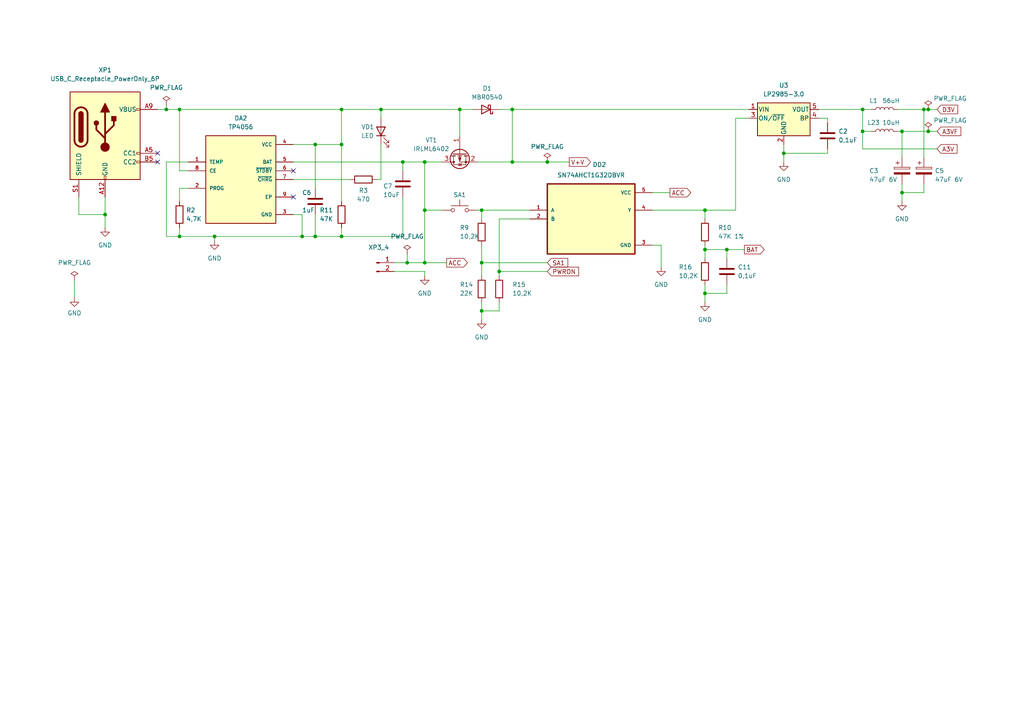
<source format=kicad_sch>
(kicad_sch (version 20230121) (generator eeschema)
  (paper "A4")
  (title_block (title "Belka DSP") (date "2023-11-16") (rev "0.0.2") (company "2ch"))
  (lib_symbols
    (symbol "Connector:Conn_01x02_Pin" (pin_names (offset 1.016) hide)
      (property "Reference" "J" (at 0 2.54 0))
      (property "Value" "Conn_01x02_Pin" (at 0 -5.08 0))
      (symbol "Conn_01x02_Pin_1_1"
        (polyline (pts (xy 1.27 -2.54) (xy 0.8636 -2.54)) (stroke (width 0.1524)))
        (polyline (pts (xy 1.27 0) (xy 0.8636 0)) (stroke (width 0.1524)))
        (rectangle (start 0.8636 -2.413) (end 0 -2.667) (stroke (width 0.1524)) (fill (type outline)))
        (rectangle (start 0.8636 0.127) (end 0 -0.127) (stroke (width 0.1524)) (fill (type outline)))
        (pin passive line (at 5.08 0 180) (length 3.81) (name "Pin_1") (number "1"))
        (pin passive line (at 5.08 -2.54 180) (length 3.81) (name "Pin_2") (number "2"))
      )
    )
    (symbol "Connector:USB_C_Receptacle_PowerOnly_6P" (pin_names (offset 1.016))
      (property "Reference" "J" (at 0 16.51 0))
      (property "Value" "USB_C_Receptacle_PowerOnly_6P" (at 0 13.97 0))
      (symbol "USB_C_Receptacle_PowerOnly_6P_0_0"
        (rectangle (start -0.254 -12.7) (end 0.254 -11.684))
        (rectangle (start 10.16 -7.366) (end 9.144 -7.874))
        (rectangle (start 10.16 -4.826) (end 9.144 -5.334))
        (rectangle (start 10.16 7.874) (end 9.144 7.366))
      )
      (symbol "USB_C_Receptacle_PowerOnly_6P_0_1"
        (rectangle (start -10.16 12.7) (end 10.16 -12.7) (stroke (width 0.254)) (fill (type background)))
        (arc (start -8.89 -1.27) (mid -6.985 -3.1667) (end -5.08 -1.27) (stroke (width 0.508)))
        (arc (start -7.62 -1.27) (mid -6.985 -1.9023) (end -6.35 -1.27) (stroke (width 0.254)))
        (arc (start -7.62 -1.27) (mid -6.985 -1.9023) (end -6.35 -1.27) (stroke (width 0.254)) (fill (type outline)))
        (rectangle (start -7.62 -1.27) (end -6.35 6.35) (stroke (width 0.254)) (fill (type outline)))
        (arc (start -6.35 6.35) (mid -6.985 6.9823) (end -7.62 6.35) (stroke (width 0.254)))
        (arc (start -6.35 6.35) (mid -6.985 6.9823) (end -7.62 6.35) (stroke (width 0.254)) (fill (type outline)))
        (arc (start -5.08 6.35) (mid -6.985 8.2467) (end -8.89 6.35) (stroke (width 0.508)))
        (circle (center -2.54 3.683) (radius 0.635) (stroke (width 0.254)) (fill (type outline)))
        (circle (center 0 -3.302) (radius 1.27) (fill (type outline)))
        (polyline (pts (xy -8.89 -1.27) (xy -8.89 6.35)) (stroke (width 0.508)))
        (polyline (pts (xy -5.08 6.35) (xy -5.08 -1.27)) (stroke (width 0.508)))
        (polyline (pts (xy 0 -3.302) (xy 0 6.858)) (stroke (width 0.508)))
        (polyline (pts (xy 0 -0.762) (xy -2.54 1.778) (xy -2.54 3.048)) (stroke (width 0.508)))
        (polyline (pts (xy 0 0.508) (xy 2.54 3.048) (xy 2.54 4.318)) (stroke (width 0.508)))
        (polyline (pts (xy -1.27 6.858) (xy 0 9.398) (xy 1.27 6.858) (xy -1.27 6.858)) (stroke (width 0.254)) (fill (type outline)))
        (rectangle (start 1.905 4.318) (end 3.175 5.588) (stroke (width 0.254)) (fill (type outline)))
      )
      (symbol "USB_C_Receptacle_PowerOnly_6P_1_1"
        (pin passive line (at 0 -17.78 90) (length 5.08) (name "GND") (number "A12"))
        (pin bidirectional line (at 15.24 -5.08 180) (length 5.08) (name "CC1") (number "A5"))
        (pin passive line (at 15.24 7.62 180) (length 5.08) (name "VBUS") (number "A9"))
        (pin passive line (at 0 -17.78 90) (length 5.08) hide (name "GND") (number "B12"))
        (pin bidirectional line (at 15.24 -7.62 180) (length 5.08) (name "CC2") (number "B5"))
        (pin passive line (at 15.24 7.62 180) (length 5.08) hide (name "VBUS") (number "B9"))
        (pin passive line (at -7.62 -17.78 90) (length 5.08) (name "SHIELD") (number "S1"))
      )
    )
    (symbol "Device:C" (pin_numbers hide) (pin_names (offset 0.254))
      (property "Reference" "C" (at 0.635 2.54 0))
      (property "Value" "C" (at 0.635 -2.54 0))
      (symbol "C_0_1"
        (polyline (pts (xy -2.032 -0.762) (xy 2.032 -0.762)) (stroke (width 0.508)))
        (polyline (pts (xy -2.032 0.762) (xy 2.032 0.762)) (stroke (width 0.508)))
      )
      (symbol "C_1_1"
        (pin passive line (at 0 3.81 270) (length 2.794) (name "~") (number "1"))
        (pin passive line (at 0 -3.81 90) (length 2.794) (name "~") (number "2"))
      )
    )
    (symbol "Device:C_Polarized" (pin_numbers hide) (pin_names (offset 0.254))
      (property "Reference" "C" (at 0.635 2.54 0))
      (property "Value" "C_Polarized" (at 0.635 -2.54 0))
      (symbol "C_Polarized_0_1"
        (rectangle (start -2.286 0.508) (end 2.286 1.016))
        (polyline (pts (xy -1.778 2.286) (xy -0.762 2.286)))
        (polyline (pts (xy -1.27 2.794) (xy -1.27 1.778)))
        (rectangle (start 2.286 -0.508) (end -2.286 -1.016) (fill (type outline)))
      )
      (symbol "C_Polarized_1_1"
        (pin passive line (at 0 3.81 270) (length 2.794) (name "~") (number "1"))
        (pin passive line (at 0 -3.81 90) (length 2.794) (name "~") (number "2"))
      )
    )
    (symbol "Device:L" (pin_numbers hide) (pin_names (offset 1.016) hide)
      (property "Reference" "L" (at -1.27 0 90))
      (property "Value" "L" (at 1.905 0 90))
      (symbol "L_0_1"
        (arc (start 0 -2.54) (mid 0.6323 -1.905) (end 0 -1.27))
        (arc (start 0 -1.27) (mid 0.6323 -0.635) (end 0 0))
        (arc (start 0 0) (mid 0.6323 0.635) (end 0 1.27))
        (arc (start 0 1.27) (mid 0.6323 1.905) (end 0 2.54))
      )
      (symbol "L_1_1"
        (pin passive line (at 0 3.81 270) (length 1.27) (name "1") (number "1"))
        (pin passive line (at 0 -3.81 90) (length 1.27) (name "2") (number "2"))
      )
    )
    (symbol "Device:LED" (pin_numbers hide) (pin_names (offset 1.016) hide)
      (property "Reference" "D" (at 0 2.54 0))
      (property "Value" "LED" (at 0 -2.54 0))
      (symbol "LED_0_1"
        (polyline (pts (xy -1.27 -1.27) (xy -1.27 1.27)) (stroke (width 0.254)))
        (polyline (pts (xy -1.27 0) (xy 1.27 0)))
        (polyline (pts (xy 1.27 -1.27) (xy 1.27 1.27) (xy -1.27 0) (xy 1.27 -1.27)) (stroke (width 0.254)))
        (polyline (pts (xy -3.048 -0.762) (xy -4.572 -2.286) (xy -3.81 -2.286) (xy -4.572 -2.286) (xy -4.572 -1.524)))
        (polyline (pts (xy -1.778 -0.762) (xy -3.302 -2.286) (xy -2.54 -2.286) (xy -3.302 -2.286) (xy -3.302 -1.524)))
      )
      (symbol "LED_1_1"
        (pin passive line (at -3.81 0 0) (length 2.54) (name "K") (number "1"))
        (pin passive line (at 3.81 0 180) (length 2.54) (name "A") (number "2"))
      )
    )
    (symbol "Device:R" (pin_numbers hide) (pin_names (offset 0))
      (property "Reference" "R" (at 2.032 0 90))
      (property "Value" "R" (at 0 0 90))
      (symbol "R_0_1"
        (rectangle (start -1.016 -2.54) (end 1.016 2.54) (stroke (width 0.254)))
      )
      (symbol "R_1_1"
        (pin passive line (at 0 3.81 270) (length 1.27) (name "~") (number "1"))
        (pin passive line (at 0 -3.81 90) (length 1.27) (name "~") (number "2"))
      )
    )
    (symbol "Diode:MBR0540" (pin_numbers hide) (pin_names (offset 1.016) hide)
      (property "Reference" "D" (at 0 2.54 0))
      (property "Value" "MBR0540" (at 0 -2.54 0))
      (symbol "MBR0540_0_1"
        (polyline (pts (xy 1.27 0) (xy -1.27 0)))
        (polyline (pts (xy 1.27 1.27) (xy 1.27 -1.27) (xy -1.27 0) (xy 1.27 1.27)) (stroke (width 0.254)))
        (polyline (pts (xy -1.905 0.635) (xy -1.905 1.27) (xy -1.27 1.27) (xy -1.27 -1.27) (xy -0.635 -1.27) (xy -0.635 -0.635)) (stroke (width 0.254)))
      )
      (symbol "MBR0540_1_1"
        (pin passive line (at -3.81 0 0) (length 2.54) (name "K") (number "1"))
        (pin passive line (at 3.81 0 180) (length 2.54) (name "A") (number "2"))
      )
    )
    (symbol "Regulator_Linear:LP2985-3.0" (pin_names (offset 0.254))
      (property "Reference" "U" (at -6.35 5.715 0))
      (property "Value" "LP2985-3.0" (at 0 5.715 0))
      (symbol "LP2985-3.0_0_1"
        (rectangle (start -7.62 -5.08) (end 7.62 4.445) (stroke (width 0.254)) (fill (type background)))
      )
      (symbol "LP2985-3.0_1_1"
        (pin power_in line (at -10.16 2.54 0) (length 2.54) (name "VIN") (number "1"))
        (pin power_in line (at 0 -7.62 90) (length 2.54) (name "GND") (number "2"))
        (pin input line (at -10.16 0 0) (length 2.54) (name "ON/~{OFF}") (number "3"))
        (pin input line (at 10.16 0 180) (length 2.54) (name "BP") (number "4"))
        (pin power_out line (at 10.16 2.54 180) (length 2.54) (name "VOUT") (number "5"))
      )
    )
    (symbol "SN74AHCT1G32DBVR:SN74AHCT1G32DBVR" (pin_names (offset 1.016))
      (property "Reference" "U" (at -12.7 11.16 0))
      (property "Value" "SN74AHCT1G32DBVR" (at -12.7 -14.16 0))
      (symbol "SN74AHCT1G32DBVR_0_0"
        (rectangle (start -12.7 -10.16) (end 12.7 10.16) (stroke (width 0.41)) (fill (type background)))
        (pin input line (at -17.78 2.54 0) (length 5.08) (name "A") (number "1"))
        (pin input line (at -17.78 0 0) (length 5.08) (name "B") (number "2"))
        (pin power_in line (at 17.78 -7.62 180) (length 5.08) (name "GND") (number "3"))
        (pin output line (at 17.78 2.54 180) (length 5.08) (name "Y") (number "4"))
        (pin power_in line (at 17.78 7.62 180) (length 5.08) (name "VCC") (number "5"))
      )
    )
    (symbol "Switch:SW_Push" (pin_numbers hide) (pin_names (offset 1.016) hide)
      (property "Reference" "SW" (at 1.27 2.54 0))
      (property "Value" "SW_Push" (at 0 -1.524 0))
      (symbol "SW_Push_0_1"
        (circle (center -2.032 0) (radius 0.508))
        (polyline (pts (xy 0 1.27) (xy 0 3.048)))
        (polyline (pts (xy 2.54 1.27) (xy -2.54 1.27)))
        (circle (center 2.032 0) (radius 0.508))
        (pin passive line (at -5.08 0 0) (length 2.54) (name "1") (number "1"))
        (pin passive line (at 5.08 0 180) (length 2.54) (name "2") (number "2"))
      )
    )
    (symbol "TP4056:TP4056" (pin_names (offset 1.016))
      (property "Reference" "U" (at -10.16 13.208 0))
      (property "Value" "TP4056" (at -10.16 -15.24 0))
      (symbol "TP4056_0_0"
        (rectangle (start -10.16 -12.7) (end 10.16 12.7) (stroke (width 0.254)) (fill (type background)))
        (pin input line (at -15.24 5.08 0) (length 5.08) (name "TEMP") (number "1"))
        (pin bidirectional line (at -15.24 -2.54 0) (length 5.08) (name "PROG") (number "2"))
        (pin power_in line (at 15.24 -10.16 180) (length 5.08) (name "GND") (number "3"))
        (pin power_in line (at 15.24 10.16 180) (length 5.08) (name "VCC") (number "4"))
        (pin output line (at 15.24 2.54 180) (length 5.08) (name "~{STDBY}") (number "6"))
        (pin output line (at 15.24 0 180) (length 5.08) (name "~{CHRG}") (number "7"))
        (pin input line (at -15.24 2.54 0) (length 5.08) (name "CE") (number "8"))
        (pin passive line (at 15.24 -5.08 180) (length 5.08) (name "EP") (number "9"))
      )
      (symbol "TP4056_1_0"
        (pin input line (at 15.24 5.08 180) (length 5.08) (name "BAT") (number "5"))
      )
    )
    (symbol "Transistor_FET:IRLML6402" (pin_names hide)
      (property "Reference" "Q" (at 5.08 1.905 0))
      (property "Value" "IRLML6402" (at 5.08 0 0))
      (symbol "IRLML6402_0_1"
        (polyline (pts (xy 0.254 0) (xy -2.54 0)))
        (polyline (pts (xy 0.254 1.905) (xy 0.254 -1.905)) (stroke (width 0.254)))
        (polyline (pts (xy 0.762 -1.27) (xy 0.762 -2.286)) (stroke (width 0.254)))
        (polyline (pts (xy 0.762 0.508) (xy 0.762 -0.508)) (stroke (width 0.254)))
        (polyline (pts (xy 0.762 2.286) (xy 0.762 1.27)) (stroke (width 0.254)))
        (polyline (pts (xy 2.54 2.54) (xy 2.54 1.778)))
        (polyline (pts (xy 2.54 -2.54) (xy 2.54 0) (xy 0.762 0)))
        (polyline (pts (xy 0.762 1.778) (xy 3.302 1.778) (xy 3.302 -1.778) (xy 0.762 -1.778)))
        (polyline (pts (xy 2.286 0) (xy 1.27 0.381) (xy 1.27 -0.381) (xy 2.286 0)) (fill (type outline)))
        (polyline (pts (xy 2.794 -0.508) (xy 2.921 -0.381) (xy 3.683 -0.381) (xy 3.81 -0.254)))
        (polyline (pts (xy 3.302 -0.381) (xy 2.921 0.254) (xy 3.683 0.254) (xy 3.302 -0.381)))
        (circle (center 1.651 0) (radius 2.794) (stroke (width 0.254)))
        (circle (center 2.54 -1.778) (radius 0.254) (fill (type outline)))
        (circle (center 2.54 1.778) (radius 0.254) (fill (type outline)))
      )
      (symbol "IRLML6402_1_1"
        (pin input line (at -5.08 0 0) (length 2.54) (name "G") (number "1"))
        (pin passive line (at 2.54 -5.08 90) (length 2.54) (name "S") (number "2"))
        (pin passive line (at 2.54 5.08 270) (length 2.54) (name "D") (number "3"))
      )
    )
    (symbol "power:GND" (power) (pin_names (offset 0))
      (property "Value" "GND" (at 0 -3.81 0))
      (symbol "GND_0_1"
        (polyline (pts (xy 0 0) (xy 0 -1.27) (xy 1.27 -1.27) (xy 0 -2.54) (xy -1.27 -1.27) (xy 0 -1.27)))
      )
      (symbol "GND_1_1"
        (pin power_in line (at 0 0 270) (length 0) hide (name "GND") (number "1"))
      )
    )
    (symbol "power:PWR_FLAG" (power) (pin_numbers hide) (pin_names (offset 0) hide)
      (property "Value" "PWR_FLAG" (at 0 3.81 0))
      (symbol "PWR_FLAG_0_0"
        (pin power_out line (at 0 0 90) (length 0) (name "pwr") (number "1"))
      )
      (symbol "PWR_FLAG_0_1"
        (polyline (pts (xy 0 0) (xy 0 1.27) (xy -1.016 1.905) (xy 0 2.54) (xy 1.016 1.905) (xy 0 1.27)))
      )
    )
  )
  (junction (at 227.33 44.45))
  (junction (at 139.7 90.17))
  (junction (at 250.19 31.75))
  (junction (at 204.47 85.09))
  (junction (at 144.78 78.74))
  (junction (at 269.24 31.75))
  (junction (at 48.26 31.75))
  (junction (at 99.06 31.75))
  (junction (at 52.07 68.58))
  (junction (at 269.24 38.1))
  (junction (at 204.47 60.96))
  (junction (at 123.19 46.99))
  (junction (at 91.44 41.91))
  (junction (at 261.62 38.1))
  (junction (at 148.59 46.99))
  (junction (at 91.44 68.58))
  (junction (at 52.07 31.75))
  (junction (at 210.82 72.39))
  (junction (at 267.97 31.75))
  (junction (at 139.7 76.2))
  (junction (at 139.7 60.96))
  (junction (at 158.75 46.99))
  (junction (at 123.19 60.96))
  (junction (at 148.59 31.75))
  (junction (at 250.19 38.1))
  (junction (at 116.84 46.99))
  (junction (at 62.23 68.58))
  (junction (at 123.19 76.2))
  (junction (at 110.49 31.75))
  (junction (at 87.63 68.58))
  (junction (at 99.06 41.91))
  (junction (at 204.47 72.39))
  (junction (at 133.35 31.75))
  (junction (at 261.62 55.88))
  (junction (at 99.06 68.58))
  (junction (at 118.11 76.2))
  (junction (at 30.48 62.23))
  (no_connect (at 85.09 57.15))
  (no_connect (at 45.72 44.45))
  (no_connect (at 85.09 49.53))
  (no_connect (at 45.72 46.99))
  (wire (pts (xy 250.19 43.18) (xy 271.78 43.18)))
  (wire (pts (xy 240.03 34.29) (xy 237.49 34.29)))
  (wire (pts (xy 250.19 31.75) (xy 252.73 31.75)))
  (wire (pts (xy 267.97 31.75) (xy 269.24 31.75)))
  (wire (pts (xy 123.19 60.96) (xy 128.27 60.96)))
  (wire (pts (xy 204.47 82.55) (xy 204.47 85.09)))
  (wire (pts (xy 87.63 68.58) (xy 91.44 68.58)))
  (wire (pts (xy 91.44 41.91) (xy 91.44 54.61)))
  (wire (pts (xy 153.67 63.5) (xy 144.78 63.5)))
  (wire (pts (xy 116.84 46.99) (xy 116.84 49.53)))
  (wire (pts (xy 189.23 71.12) (xy 191.77 71.12)))
  (wire (pts (xy 227.33 44.45) (xy 227.33 46.99)))
  (wire (pts (xy 269.24 38.1) (xy 271.78 38.1)))
  (wire (pts (xy 204.47 71.12) (xy 204.47 72.39)))
  (wire (pts (xy 110.49 41.91) (xy 110.49 52.07)))
  (wire (pts (xy 62.23 68.58) (xy 87.63 68.58)))
  (wire (pts (xy 204.47 72.39) (xy 210.82 72.39)))
  (wire (pts (xy 227.33 41.91) (xy 227.33 44.45)))
  (wire (pts (xy 110.49 31.75) (xy 133.35 31.75)))
  (wire (pts (xy 123.19 76.2) (xy 118.11 76.2)))
  (wire (pts (xy 148.59 46.99) (xy 158.75 46.99)))
  (wire (pts (xy 123.19 46.99) (xy 128.27 46.99)))
  (wire (pts (xy 138.43 46.99) (xy 148.59 46.99)))
  (wire (pts (xy 48.26 46.99) (xy 54.61 46.99)))
  (wire (pts (xy 114.3 78.74) (xy 123.19 78.74)))
  (wire (pts (xy 139.7 76.2) (xy 158.75 76.2)))
  (wire (pts (xy 52.07 31.75) (xy 52.07 49.53)))
  (wire (pts (xy 261.62 53.34) (xy 261.62 55.88)))
  (wire (pts (xy 139.7 60.96) (xy 139.7 63.5)))
  (wire (pts (xy 237.49 31.75) (xy 250.19 31.75)))
  (wire (pts (xy 22.86 57.15) (xy 22.86 62.23)))
  (wire (pts (xy 123.19 76.2) (xy 129.54 76.2)))
  (wire (pts (xy 204.47 72.39) (xy 204.47 74.93)))
  (wire (pts (xy 139.7 90.17) (xy 144.78 90.17)))
  (wire (pts (xy 48.26 68.58) (xy 52.07 68.58)))
  (wire (pts (xy 139.7 90.17) (xy 139.7 92.71)))
  (wire (pts (xy 261.62 38.1) (xy 261.62 45.72)))
  (wire (pts (xy 191.77 71.12) (xy 191.77 77.47)))
  (wire (pts (xy 213.36 34.29) (xy 213.36 60.96)))
  (wire (pts (xy 85.09 41.91) (xy 91.44 41.91)))
  (wire (pts (xy 99.06 31.75) (xy 110.49 31.75)))
  (wire (pts (xy 123.19 60.96) (xy 123.19 76.2)))
  (wire (pts (xy 21.59 81.28) (xy 21.59 86.36)))
  (wire (pts (xy 158.75 46.99) (xy 165.1 46.99)))
  (wire (pts (xy 30.48 62.23) (xy 30.48 57.15)))
  (wire (pts (xy 109.22 52.07) (xy 110.49 52.07)))
  (wire (pts (xy 210.82 72.39) (xy 210.82 74.93)))
  (wire (pts (xy 30.48 62.23) (xy 30.48 66.04)))
  (wire (pts (xy 139.7 87.63) (xy 139.7 90.17)))
  (wire (pts (xy 110.49 31.75) (xy 110.49 34.29)))
  (wire (pts (xy 210.82 82.55) (xy 210.82 85.09)))
  (wire (pts (xy 217.17 34.29) (xy 213.36 34.29)))
  (wire (pts (xy 144.78 90.17) (xy 144.78 87.63)))
  (wire (pts (xy 85.09 46.99) (xy 116.84 46.99)))
  (wire (pts (xy 52.07 66.04) (xy 52.07 68.58)))
  (wire (pts (xy 118.11 76.2) (xy 114.3 76.2)))
  (wire (pts (xy 54.61 54.61) (xy 52.07 54.61)))
  (wire (pts (xy 52.07 31.75) (xy 99.06 31.75)))
  (wire (pts (xy 139.7 60.96) (xy 153.67 60.96)))
  (wire (pts (xy 240.03 35.56) (xy 240.03 34.29)))
  (wire (pts (xy 189.23 60.96) (xy 204.47 60.96)))
  (wire (pts (xy 133.35 31.75) (xy 133.35 39.37)))
  (wire (pts (xy 116.84 46.99) (xy 123.19 46.99)))
  (wire (pts (xy 144.78 31.75) (xy 148.59 31.75)))
  (wire (pts (xy 54.61 49.53) (xy 52.07 49.53)))
  (wire (pts (xy 144.78 78.74) (xy 144.78 80.01)))
  (wire (pts (xy 267.97 55.88) (xy 267.97 53.34)))
  (wire (pts (xy 227.33 44.45) (xy 240.03 44.45)))
  (wire (pts (xy 99.06 41.91) (xy 99.06 58.42)))
  (wire (pts (xy 22.86 62.23) (xy 30.48 62.23)))
  (wire (pts (xy 267.97 31.75) (xy 267.97 45.72)))
  (wire (pts (xy 123.19 78.74) (xy 123.19 80.01)))
  (wire (pts (xy 250.19 38.1) (xy 250.19 43.18)))
  (wire (pts (xy 204.47 60.96) (xy 213.36 60.96)))
  (wire (pts (xy 85.09 52.07) (xy 101.6 52.07)))
  (wire (pts (xy 261.62 38.1) (xy 269.24 38.1)))
  (wire (pts (xy 52.07 54.61) (xy 52.07 58.42)))
  (wire (pts (xy 204.47 60.96) (xy 204.47 63.5)))
  (wire (pts (xy 87.63 62.23) (xy 87.63 68.58)))
  (wire (pts (xy 210.82 72.39) (xy 215.9 72.39)))
  (wire (pts (xy 99.06 68.58) (xy 116.84 68.58)))
  (wire (pts (xy 118.11 73.66) (xy 118.11 76.2)))
  (wire (pts (xy 99.06 66.04) (xy 99.06 68.58)))
  (wire (pts (xy 91.44 62.23) (xy 91.44 68.58)))
  (wire (pts (xy 144.78 78.74) (xy 158.75 78.74)))
  (wire (pts (xy 139.7 76.2) (xy 139.7 80.01)))
  (wire (pts (xy 138.43 60.96) (xy 139.7 60.96)))
  (wire (pts (xy 260.35 31.75) (xy 267.97 31.75)))
  (wire (pts (xy 144.78 63.5) (xy 144.78 78.74)))
  (wire (pts (xy 204.47 85.09) (xy 204.47 87.63)))
  (wire (pts (xy 260.35 38.1) (xy 261.62 38.1)))
  (wire (pts (xy 148.59 31.75) (xy 148.59 46.99)))
  (wire (pts (xy 48.26 30.48) (xy 48.26 31.75)))
  (wire (pts (xy 91.44 41.91) (xy 99.06 41.91)))
  (wire (pts (xy 139.7 71.12) (xy 139.7 76.2)))
  (wire (pts (xy 85.09 62.23) (xy 87.63 62.23)))
  (wire (pts (xy 148.59 31.75) (xy 217.17 31.75)))
  (wire (pts (xy 204.47 85.09) (xy 210.82 85.09)))
  (wire (pts (xy 116.84 57.15) (xy 116.84 68.58)))
  (wire (pts (xy 250.19 31.75) (xy 250.19 38.1)))
  (wire (pts (xy 250.19 38.1) (xy 252.73 38.1)))
  (wire (pts (xy 261.62 55.88) (xy 267.97 55.88)))
  (wire (pts (xy 48.26 31.75) (xy 52.07 31.75)))
  (wire (pts (xy 52.07 68.58) (xy 62.23 68.58)))
  (wire (pts (xy 123.19 46.99) (xy 123.19 60.96)))
  (wire (pts (xy 240.03 43.18) (xy 240.03 44.45)))
  (wire (pts (xy 261.62 55.88) (xy 261.62 58.42)))
  (wire (pts (xy 133.35 31.75) (xy 137.16 31.75)))
  (wire (pts (xy 99.06 41.91) (xy 99.06 31.75)))
  (wire (pts (xy 48.26 46.99) (xy 48.26 68.58)))
  (wire (pts (xy 62.23 68.58) (xy 62.23 69.85)))
  (wire (pts (xy 91.44 68.58) (xy 99.06 68.58)))
  (wire (pts (xy 45.72 31.75) (xy 48.26 31.75)))
  (wire (pts (xy 269.24 31.75) (xy 271.78 31.75)))
  (wire (pts (xy 189.23 55.88) (xy 194.31 55.88)))
  (global_label "BAT" (shape output) (at 215.9 72.39 0) (property "Intersheetrefs" "${INTERSHEET_REFS}" (effects hide)))
  (global_label "ACC" (shape output) (at 194.31 55.88 0) (property "Intersheetrefs" "${INTERSHEET_REFS}" (effects hide)))
  (global_label "A3VF" (shape input) (at 271.78 38.1 0) (property "Intersheetrefs" "${INTERSHEET_REFS}" (effects hide)))
  (global_label "D3V" (shape input) (at 271.78 31.75 0) (property "Intersheetrefs" "${INTERSHEET_REFS}" (effects hide)))
  (global_label "ACC" (shape output) (at 129.54 76.2 0) (property "Intersheetrefs" "${INTERSHEET_REFS}" (effects hide)))
  (global_label "PWRON" (shape input) (at 158.75 78.74 0) (property "Intersheetrefs" "${INTERSHEET_REFS}" (effects hide)))
  (global_label "V+V" (shape output) (at 165.1 46.99 0) (property "Intersheetrefs" "${INTERSHEET_REFS}" (effects hide)))
  (global_label "SA1" (shape input) (at 158.75 76.2 0) (property "Intersheetrefs" "${INTERSHEET_REFS}" (effects hide)))
  (global_label "A3V" (shape input) (at 271.78 43.18 0) (property "Intersheetrefs" "${INTERSHEET_REFS}" (effects hide)))
  (symbol (lib_id "power:GND") (at 21.59 86.36 0) (unit 1)
    (property "Reference" "#PWR02" (effects hide))
    (property "Value" "GND" (at 21.59 90.805 0))
  )
  (symbol (lib_id "power:GND") (at 30.48 66.04 0) (unit 1)
    (property "Reference" "#PWR01" (effects hide))
    (property "Value" "GND" (at 30.48 71.12 0))
  )
  (symbol (lib_id "Device:R") (at 204.47 67.31 0) (unit 1)
    (property "Reference" "R10" (at 208.28 66.04 0) (effects (justify left)))
    (property "Value" "47K 1%" (at 208.28 68.58 0) (effects (justify left)))
    (property "Footprint" "Resistor_SMD:R_0603_1608Metric_Pad0.98x0.95mm_HandSolder" (effects hide))
  )
  (symbol (lib_id "power:GND") (at 123.19 80.01 0) (unit 1)
    (property "Reference" "#PWR03" (effects hide))
    (property "Value" "GND" (at 123.19 85.09 0))
  )
  (symbol (lib_id "Device:R") (at 204.47 78.74 0) (unit 1)
    (property "Reference" "R16" (at 196.85 77.47 0) (effects (justify left)))
    (property "Value" "10,2K" (at 196.85 80.01 0) (effects (justify left)))
    (property "Footprint" "Resistor_SMD:R_0603_1608Metric_Pad0.98x0.95mm_HandSolder" (effects hide))
  )
  (symbol (lib_id "power:PWR_FLAG") (at 48.26 30.48 0) (unit 1)
    (property "Reference" "#FLG02" (effects hide))
    (property "Value" "PWR_FLAG" (at 48.26 25.4 0))
  )
  (symbol (lib_id "Device:C") (at 240.03 39.37 0) (unit 1)
    (property "Reference" "C2" (at 243.205 38.1 0) (effects (justify left)))
    (property "Value" "0,1uF" (at 243.205 40.64 0) (effects (justify left)))
    (property "Footprint" "Capacitor_SMD:C_0603_1608Metric_Pad1.08x0.95mm_HandSolder" (effects hide))
  )
  (symbol (lib_id "Device:R") (at 139.7 83.82 0) (unit 1)
    (property "Reference" "R14" (at 133.35 82.55 0) (effects (justify left)))
    (property "Value" "22K" (at 133.35 85.09 0) (effects (justify left)))
    (property "Footprint" "Resistor_SMD:R_0603_1608Metric_Pad0.98x0.95mm_HandSolder" (effects hide))
  )
  (symbol (lib_id "Switch:SW_Push") (at 133.35 60.96 0) (unit 1)
    (property "Reference" "SA1" (at 133.35 56.515 0))
    (property "Value" "SW_Push" (effects hide))
    (property "Footprint" "Button_Switch_SMD:SW_Push_SPST_NO_Alps_SKRK" (effects hide))
  )
  (symbol (lib_id "power:GND") (at 227.33 46.99 0) (unit 1)
    (property "Reference" "#PWR08" (effects hide))
    (property "Value" "GND" (at 227.33 52.07 0))
  )
  (symbol (lib_id "Regulator_Linear:LP2985-3.0") (at 227.33 34.29 0) (unit 1)
    (property "Reference" "U3" (at 227.33 24.765 0))
    (property "Value" "LP2985-3.0" (at 227.33 27.305 0))
    (property "Footprint" "Package_TO_SOT_SMD:SOT-23-5_HandSoldering" (effects hide))
    (property "Datasheet" "http://www.ti.com/lit/ds/symlink/lp2985.pdf" (effects hide))
  )
  (symbol (lib_id "SN74AHCT1G32DBVR:SN74AHCT1G32DBVR") (at 171.45 63.5 0) (unit 1)
    (property "Reference" "DD2" (at 173.863 47.752 0))
    (property "Value" "SN74AHCT1G32DBVR" (at 171.45 50.8 0))
    (property "Footprint" "SN74AHCT1G32DBVR:SOT95P280X145-5N" (effects hide))
    (property "MF" "Texas Instruments" (effects hide))
    (property "Description" "\nSingle 2-input, 4.5-V to 5.5-V OR gate with TTL-compatible CMOS inputs\n" (effects hide))
    (property "Package" "SOT-23-5 Texas Instruments" (effects hide))
    (property "Price" "None" (effects hide))
    (property "SnapEDA_Link" "https://www.snapeda.com/parts/SN74AHCT1G32DBVR/Texas+Instruments/view-part/?ref=snap" (effects hide))
    (property "MP" "SN74AHCT1G32DBVR" (effects hide))
    (property "Purchase-URL" "https://www.snapeda.com/api/url_track_click_mouser/?unipart_id=215071&manufacturer=Texas Instruments&part_name=SN74AHCT1G32DBVR&search_term=sn74ahct1g32db" (effects hide))
    (property "Availability" "In Stock" (effects hide))
    (property "Check_prices" "https://www.snapeda.com/parts/SN74AHCT1G32DBVR/Texas+Instruments/view-part/?ref=eda" (effects hide))
  )
  (symbol (lib_id "Connector:Conn_01x02_Pin") (at 109.22 76.2 0) (unit 1)
    (property "Reference" "XP3_4" (at 109.855 71.755 0))
    (property "Value" "Conn_01x02_Pin" (effects hide))
    (property "Footprint" "TestPoint:TestPoint_2Pads_Pitch2.54mm_Drill0.8mm" (effects hide))
  )
  (symbol (lib_id "power:PWR_FLAG") (at 118.11 73.66 0) (unit 1)
    (property "Reference" "#FLG03" (effects hide))
    (property "Value" "PWR_FLAG" (at 118.11 68.58 0))
  )
  (symbol (lib_id "power:PWR_FLAG") (at 269.24 31.75 0) (unit 1)
    (property "Reference" "#FLG04" (effects hide))
    (property "Value" "PWR_FLAG" (at 275.59 28.575 0))
  )
  (symbol (lib_id "Device:C_Polarized") (at 267.97 49.53 0) (unit 1)
    (property "Reference" "C5" (at 271.145 49.53 0) (effects (justify left)))
    (property "Value" "47uF 6V" (at 271.145 52.07 0) (effects (justify left)))
    (property "Footprint" "Capacitor_SMD:C_1210_3225Metric_Pad1.33x2.70mm_HandSolder" (effects hide))
  )
  (symbol (lib_id "Device:R") (at 139.7 67.31 0) (unit 1)
    (property "Reference" "R9" (at 133.35 66.04 0) (effects (justify left)))
    (property "Value" "10,2K" (at 133.35 68.58 0) (effects (justify left)))
    (property "Footprint" "Resistor_SMD:R_0603_1608Metric_Pad0.98x0.95mm_HandSolder" (effects hide))
  )
  (symbol (lib_id "Diode:MBR0540") (at 140.97 31.75 180) (unit 1)
    (property "Reference" "D1" (at 141.2875 25.654 0))
    (property "Value" "MBR0540" (at 141.2875 28.194 0))
    (property "Footprint" "Diode_SMD:D_SOD-123" (effects hide))
    (property "Datasheet" "http://www.mccsemi.com/up_pdf/MBR0520~MBR0580(SOD123).pdf" (effects hide))
  )
  (symbol (lib_id "Device:C") (at 116.84 53.34 0) (unit 1)
    (property "Reference" "C7" (at 111.125 53.975 0) (effects (justify left)))
    (property "Value" "10uF" (at 111.125 56.515 0) (effects (justify left)))
    (property "Footprint" "Capacitor_SMD:C_0603_1608Metric_Pad1.08x0.95mm_HandSolder" (effects hide))
  )
  (symbol (lib_id "Device:C") (at 210.82 78.74 0) (unit 1)
    (property "Reference" "C11" (at 213.995 77.47 0) (effects (justify left)))
    (property "Value" "0,1uF" (at 213.995 80.01 0) (effects (justify left)))
    (property "Footprint" "Capacitor_SMD:C_0603_1608Metric_Pad1.08x0.95mm_HandSolder" (effects hide))
  )
  (symbol (lib_id "TP4056:TP4056") (at 69.85 52.07 0) (unit 1)
    (property "Reference" "DA2" (at 69.85 34.29 0))
    (property "Value" "TP4056" (at 69.85 36.83 0))
    (property "Footprint" "TP4056:SOP127P600X175-9N" (effects hide))
    (property "MF" "NanJing Top Power ASIC Corp." (effects hide))
    (property "MAXIMUM_PACKAGE_HEIGHT" "1.75mm" (effects hide))
    (property "Package" "Package" (effects hide))
    (property "Price" "None" (effects hide))
    (property "Check_prices" "https://www.snapeda.com/parts/TP4056/NanJing+Top+Power+ASIC+Corp./view-part/?ref=eda" (effects hide))
    (property "STANDARD" "IPC 7351B" (effects hide))
    (property "SnapEDA_Link" "https://www.snapeda.com/parts/TP4056/NanJing+Top+Power+ASIC+Corp./view-part/?ref=snap" (effects hide))
    (property "MP" "TP4056" (effects hide))
    (property "Description" "\nComplete single cell Li-Ion battery with a constant current / constant voltage linear charger\n" (effects hide))
    (property "Availability" "Not in stock" (effects hide))
    (property "MANUFACTURER" "NanJing Top Power ASIC Corp." (effects hide))
  )
  (symbol (lib_id "Device:L") (at 256.54 31.75 90) (unit 1)
    (property "Reference" "L1" (at 253.365 29.21 90))
    (property "Value" "56uH" (at 258.445 29.21 90))
    (property "Footprint" "Inductor_SMD:L_1210_3225Metric_Pad1.42x2.65mm_HandSolder" (effects hide))
  )
  (symbol (lib_id "Device:C_Polarized") (at 261.62 49.53 0) (unit 1)
    (property "Reference" "C3" (at 252.095 49.53 0) (effects (justify left)))
    (property "Value" "47uF 6V" (at 252.095 52.07 0) (effects (justify left)))
    (property "Footprint" "Capacitor_SMD:C_1210_3225Metric_Pad1.33x2.70mm_HandSolder" (effects hide))
  )
  (symbol (lib_id "Device:R") (at 52.07 62.23 0) (unit 1)
    (property "Reference" "R2" (at 53.975 60.96 0) (effects (justify left)))
    (property "Value" "4,7K" (at 53.975 63.5 0) (effects (justify left)))
    (property "Footprint" "Resistor_SMD:R_0603_1608Metric_Pad0.98x0.95mm_HandSolder" (effects hide))
  )
  (symbol (lib_id "power:GND") (at 191.77 77.47 0) (unit 1)
    (property "Reference" "#PWR05" (effects hide))
    (property "Value" "GND" (at 191.77 82.55 0))
  )
  (symbol (lib_id "Device:R") (at 99.06 62.23 0) (unit 1)
    (property "Reference" "R11" (at 92.71 60.96 0) (effects (justify left)))
    (property "Value" "47K" (at 92.71 63.5 0) (effects (justify left)))
    (property "Footprint" "Resistor_SMD:R_0603_1608Metric_Pad0.98x0.95mm_HandSolder" (effects hide))
  )
  (symbol (lib_id "power:PWR_FLAG") (at 269.24 38.1 0) (unit 1)
    (property "Reference" "#FLG05" (effects hide))
    (property "Value" "PWR_FLAG" (at 275.59 34.925 0))
  )
  (symbol (lib_id "power:GND") (at 139.7 92.71 0) (unit 1)
    (property "Reference" "#PWR06" (effects hide))
    (property "Value" "GND" (at 139.7 97.79 0))
  )
  (symbol (lib_id "Device:R") (at 144.78 83.82 0) (unit 1)
    (property "Reference" "R15" (at 148.59 82.55 0) (effects (justify left)))
    (property "Value" "10,2K" (at 148.59 85.09 0) (effects (justify left)))
    (property "Footprint" "Resistor_SMD:R_0603_1608Metric_Pad0.98x0.95mm_HandSolder" (effects hide))
  )
  (symbol (lib_id "Device:LED") (at 110.49 38.1 90) (unit 1)
    (property "Reference" "VD1" (at 104.775 36.83 90) (effects (justify right)))
    (property "Value" "LED" (at 104.775 39.37 90) (effects (justify right)))
    (property "Footprint" "LED_THT:LED_D3.0mm" (effects hide))
  )
  (symbol (lib_id "power:GND") (at 62.23 69.85 0) (unit 1)
    (property "Reference" "#PWR04" (effects hide))
    (property "Value" "GND" (at 62.23 74.93 0))
  )
  (symbol (lib_id "power:GND") (at 204.47 87.63 0) (unit 1)
    (property "Reference" "#PWR07" (effects hide))
    (property "Value" "GND" (at 204.47 92.71 0))
  )
  (symbol (lib_id "power:PWR_FLAG") (at 158.75 46.99 0) (unit 1)
    (property "Reference" "#FLG010" (effects hide))
    (property "Value" "PWR_FLAG" (at 158.75 42.545 0))
  )
  (symbol (lib_id "Device:C") (at 91.44 58.42 0) (unit 1)
    (property "Reference" "C6" (at 87.63 55.88 0) (effects (justify left)))
    (property "Value" "1uF" (at 87.63 60.96 0) (effects (justify left)))
    (property "Footprint" "Capacitor_SMD:C_0603_1608Metric_Pad1.08x0.95mm_HandSolder" (effects hide))
  )
  (symbol (lib_id "power:PWR_FLAG") (at 21.59 81.28 0) (unit 1)
    (property "Reference" "#FLG01" (effects hide))
    (property "Value" "PWR_FLAG" (at 21.59 76.2 0))
  )
  (symbol (lib_id "Device:R") (at 105.41 52.07 90) (unit 1)
    (property "Reference" "R3" (at 105.41 55.245 90))
    (property "Value" "470" (at 105.41 57.785 90))
    (property "Footprint" "Resistor_SMD:R_0603_1608Metric_Pad0.98x0.95mm_HandSolder" (effects hide))
  )
  (symbol (lib_id "power:GND") (at 261.62 58.42 0) (unit 1)
    (property "Reference" "#PWR09" (effects hide))
    (property "Value" "GND" (at 261.62 63.5 0))
  )
  (symbol (lib_id "Transistor_FET:IRLML6402") (at 133.35 44.45 90) (mirror x) (unit 1)
    (property "Reference" "VT1" (at 125.095 40.64 90))
    (property "Value" "IRLML6402" (at 125.095 43.18 90))
    (property "Footprint" "Package_TO_SOT_SMD:SOT-23" (effects hide))
    (property "Datasheet" "https://www.infineon.com/dgdl/irlml6402pbf.pdf?fileId=5546d462533600a401535668d5c2263c" (effects hide))
  )
  (symbol (lib_id "Connector:USB_C_Receptacle_PowerOnly_6P") (at 30.48 39.37 0) (unit 1)
    (property "Reference" "XP1" (at 30.48 20.32 0))
    (property "Value" "USB_C_Receptacle_PowerOnly_6P" (at 30.48 22.86 0))
    (property "Footprint" "Connector_USB:USB_C_Receptacle_GCT_USB4135-GF-A_6P_TopMnt_Horizontal" (effects hide))
    (property "Datasheet" "https://www.usb.org/sites/default/files/documents/usb_type-c.zip" (effects hide))
  )
  (symbol (lib_id "Device:L") (at 256.54 38.1 90) (unit 1)
    (property "Reference" "L23" (at 253.365 35.56 90))
    (property "Value" "10uH" (at 258.445 35.56 90))
    (property "Footprint" "Inductor_SMD:L_0805_2012Metric_Pad1.05x1.20mm_HandSolder" (effects hide))
  )
)
</source>
